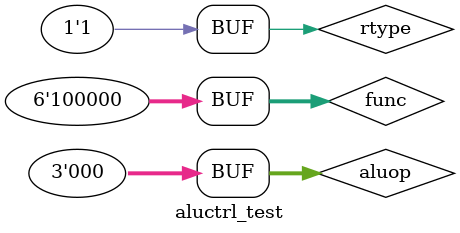
<source format=v>

module aluctrl_test();
	reg [2:0]	aluop;
	reg [5:0]	func;
	reg 	rtype;
	wire[2:0]aluctr;//???????
	
	initial begin
		aluop = 3'b100;
		func = 6'b100011;
		rtype= 0;
		
		#100 aluop = 3'b000;
		func = 6'b100000;
		rtype=1;

	end


	aluctrl aluctrl(aluop,func,rtype,aluctr);
endmodule
</source>
